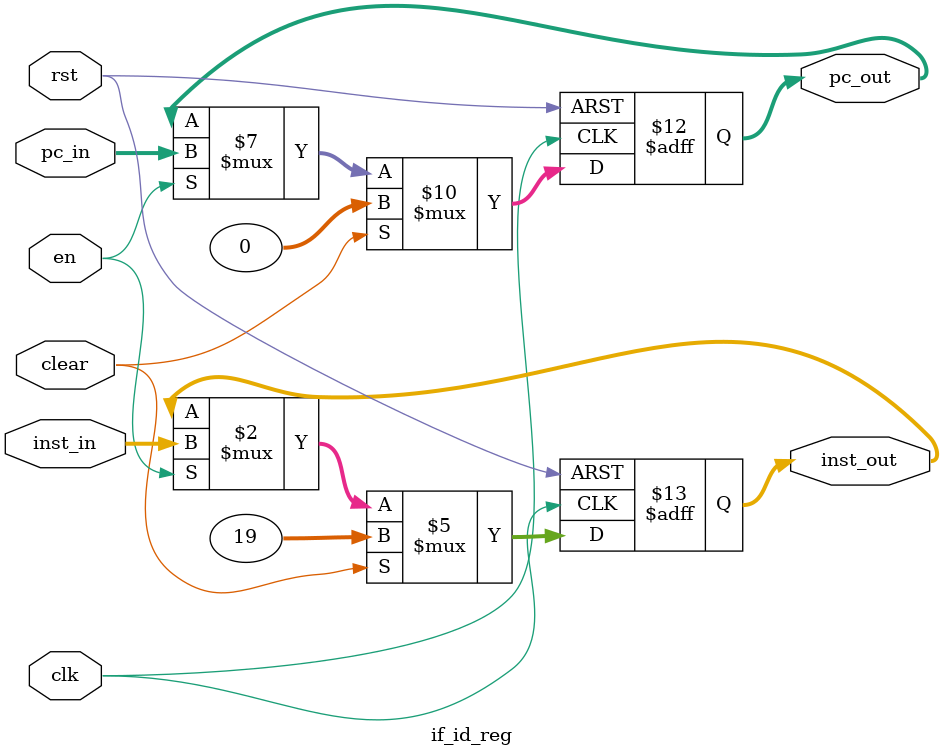
<source format=sv>
module if_id_reg (
    input logic clk,
    input logic rst,
    input logic en,
    input logic clear,
    input logic [31:0] pc_in,
    input logic [31:0] inst_in,
    output logic [31:0] pc_out,
    output logic [31:0] inst_out
);
    always_ff @(posedge clk or posedge rst) begin
        if (rst) begin
            pc_out <= 32'b0;
            inst_out <= 32'h00000013; // NOP
        end else if (clear) begin
            pc_out <= 32'b0;
            inst_out <= 32'h00000013; // NOP
        end else if (en) begin
            pc_out <= pc_in;
            inst_out <= inst_in;
        end
    end
endmodule

</source>
